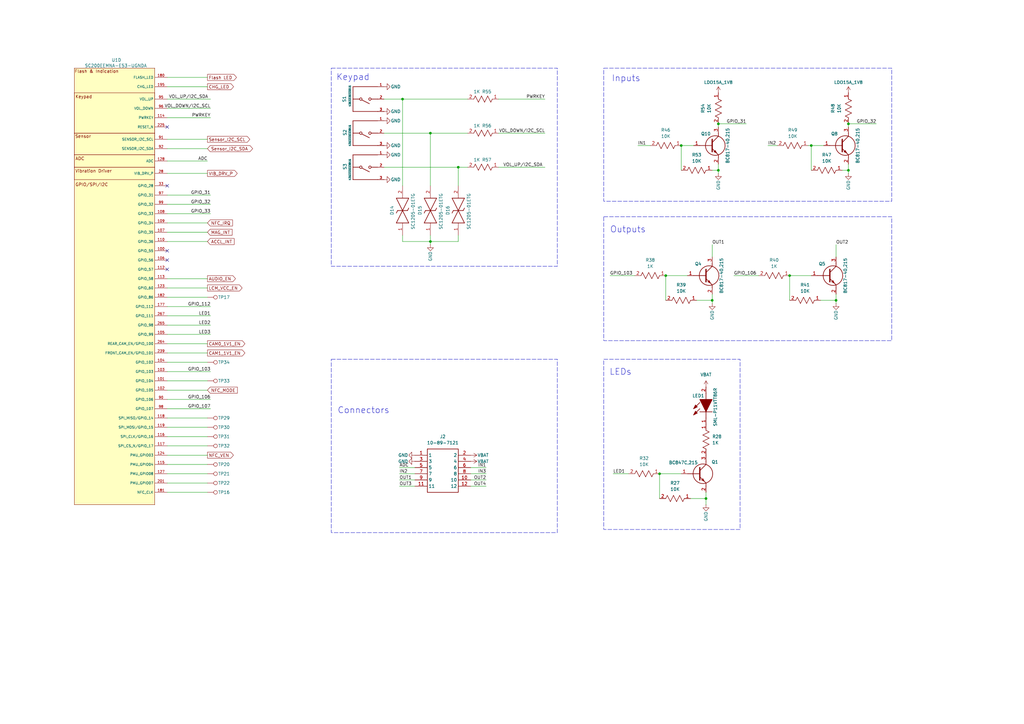
<source format=kicad_sch>
(kicad_sch (version 20250114) (generator "eeschema") (generator_version "9.0")
  (paper "A3")
  (title_block (title "Interfaces") (date "2025-10-07") (rev "v1.0") (company "Author: Mehmet Cihangir") (comment 1 "CamTracker"))
  (rectangle (start 135.89 27.94) (end 228.6 109.22) (stroke (width 0) (type dash)))
  (rectangle (start 247.65 88.9) (end 365.76 139.7) (stroke (width 0) (type dash)))
  (rectangle (start 247.65 147.32) (end 303.53 217.17) (stroke (width 0) (type dash)))
  (rectangle (start 247.65 27.94) (end 365.76 82.55) (stroke (width 0) (type dash)))
  (rectangle (start 135.89 147.32) (end 228.6 218.44) (stroke (width 0) (type dash)))
  (text "Inputs" (at 256.794 32.258 0) (effects (font (size 2.54 2.54))))
  (text "LEDs" (at 254.508 152.654 0) (effects (font (size 2.54 2.54))))
  (text "Outputs" (at 257.556 94.234 0) (effects (font (size 2.54 2.54))))
  (text "Keypad" (at 144.78 31.75 0) (effects (font (size 2.54 2.54))))
  (text "Connectors" (at 149.098 168.402 0) (effects (font (size 2.54 2.54))))
  (junction (at 347.98 50.8))
  (junction (at 323.85 113.03))
  (junction (at 187.96 68.58))
  (junction (at 165.1 40.64))
  (junction (at 294.64 50.8))
  (junction (at 332.74 59.69))
  (junction (at 289.56 204.47))
  (junction (at 176.53 54.61))
  (junction (at 270.51 194.31))
  (junction (at 342.9 123.19))
  (junction (at 279.4 59.69))
  (junction (at 273.05 113.03))
  (junction (at 292.1 123.19))
  (junction (at 347.98 69.85))
  (junction (at 176.53 99.06))
  (junction (at 294.64 69.85))
  (no_connect (at 68.58 106.68))
  (no_connect (at 68.58 76.2))
  (no_connect (at 68.58 102.87))
  (no_connect (at 68.58 52.07))
  (no_connect (at 68.58 110.49))
  (wire (pts (xy 187.96 68.58) (xy 187.96 76.2)))
  (wire (pts (xy 199.39 194.31) (xy 193.04 194.31)))
  (wire (pts (xy 176.53 99.06) (xy 176.53 100.33)))
  (wire (pts (xy 332.74 59.69) (xy 331.47 59.69)))
  (wire (pts (xy 300.99 113.03) (xy 311.15 113.03)))
  (wire (pts (xy 292.1 123.19) (xy 292.1 124.46)))
  (wire (pts (xy 261.62 59.69) (xy 266.7 59.69)))
  (wire (pts (xy 289.56 204.47) (xy 289.56 207.01)))
  (wire (pts (xy 68.58 66.04) (xy 85.09 66.04)))
  (wire (pts (xy 86.36 48.26) (xy 68.58 48.26)))
  (wire (pts (xy 165.1 40.64) (xy 191.77 40.64)))
  (wire (pts (xy 314.96 59.69) (xy 318.77 59.69)))
  (wire (pts (xy 294.64 50.8) (xy 294.64 52.07)))
  (wire (pts (xy 187.96 99.06) (xy 176.53 99.06)))
  (wire (pts (xy 68.58 57.15) (xy 85.09 57.15)))
  (wire (pts (xy 68.58 186.69) (xy 85.09 186.69)))
  (wire (pts (xy 289.56 201.93) (xy 289.56 204.47)))
  (wire (pts (xy 292.1 120.65) (xy 292.1 123.19)))
  (wire (pts (xy 165.1 40.64) (xy 165.1 76.2)))
  (wire (pts (xy 292.1 100.33) (xy 292.1 105.41)))
  (wire (pts (xy 68.58 80.01) (xy 86.36 80.01)))
  (wire (pts (xy 68.58 60.96) (xy 85.09 60.96)))
  (wire (pts (xy 176.53 54.61) (xy 176.53 76.2)))
  (wire (pts (xy 68.58 31.75) (xy 85.09 31.75)))
  (wire (pts (xy 223.52 54.61) (xy 204.47 54.61)))
  (wire (pts (xy 294.64 50.8) (xy 306.07 50.8)))
  (wire (pts (xy 283.21 204.47) (xy 289.56 204.47)))
  (wire (pts (xy 68.58 95.25) (xy 85.09 95.25)))
  (wire (pts (xy 347.98 50.8) (xy 347.98 52.07)))
  (wire (pts (xy 332.74 59.69) (xy 332.74 69.85)))
  (wire (pts (xy 347.98 67.31) (xy 347.98 69.85)))
  (wire (pts (xy 68.58 179.07) (xy 85.09 179.07)))
  (wire (pts (xy 223.52 40.64) (xy 204.47 40.64)))
  (wire (pts (xy 86.36 87.63) (xy 68.58 87.63)))
  (wire (pts (xy 86.36 152.4) (xy 68.58 152.4)))
  (wire (pts (xy 68.58 194.31) (xy 85.09 194.31)))
  (wire (pts (xy 86.36 137.16) (xy 68.58 137.16)))
  (wire (pts (xy 68.58 198.12) (xy 85.09 198.12)))
  (wire (pts (xy 223.52 68.58) (xy 204.47 68.58)))
  (wire (pts (xy 86.36 133.35) (xy 68.58 133.35)))
  (wire (pts (xy 165.1 99.06) (xy 176.53 99.06)))
  (wire (pts (xy 68.58 201.93) (xy 85.09 201.93)))
  (wire (pts (xy 163.83 191.77) (xy 170.18 191.77)))
  (wire (pts (xy 86.36 129.54) (xy 68.58 129.54)))
  (wire (pts (xy 68.58 175.26) (xy 85.09 175.26)))
  (wire (pts (xy 68.58 44.45) (xy 86.36 44.45)))
  (wire (pts (xy 68.58 91.44) (xy 85.09 91.44)))
  (wire (pts (xy 68.58 182.88) (xy 85.09 182.88)))
  (wire (pts (xy 294.64 67.31) (xy 294.64 69.85)))
  (wire (pts (xy 163.83 199.39) (xy 170.18 199.39)))
  (wire (pts (xy 157.48 68.58) (xy 187.96 68.58)))
  (wire (pts (xy 68.58 140.97) (xy 85.09 140.97)))
  (wire (pts (xy 342.9 100.33) (xy 342.9 105.41)))
  (wire (pts (xy 323.85 113.03) (xy 323.85 123.19)))
  (wire (pts (xy 86.36 163.83) (xy 68.58 163.83)))
  (wire (pts (xy 157.48 54.61) (xy 176.53 54.61)))
  (wire (pts (xy 347.98 50.8) (xy 359.41 50.8)))
  (wire (pts (xy 68.58 160.02) (xy 85.09 160.02)))
  (wire (pts (xy 68.58 40.64) (xy 86.36 40.64)))
  (wire (pts (xy 347.98 69.85) (xy 347.98 71.12)))
  (wire (pts (xy 345.44 69.85) (xy 347.98 69.85)))
  (wire (pts (xy 68.58 144.78) (xy 85.09 144.78)))
  (wire (pts (xy 68.58 156.21) (xy 85.09 156.21)))
  (wire (pts (xy 342.9 120.65) (xy 342.9 123.19)))
  (wire (pts (xy 68.58 83.82) (xy 86.36 83.82)))
  (wire (pts (xy 342.9 123.19) (xy 342.9 124.46)))
  (wire (pts (xy 68.58 118.11) (xy 85.09 118.11)))
  (wire (pts (xy 251.46 194.31) (xy 257.81 194.31)))
  (wire (pts (xy 68.58 190.5) (xy 85.09 190.5)))
  (wire (pts (xy 68.58 71.12) (xy 85.09 71.12)))
  (wire (pts (xy 273.05 113.03) (xy 281.94 113.03)))
  (wire (pts (xy 294.64 69.85) (xy 294.64 71.12)))
  (wire (pts (xy 68.58 171.45) (xy 85.09 171.45)))
  (wire (pts (xy 68.58 35.56) (xy 85.09 35.56)))
  (wire (pts (xy 86.36 125.73) (xy 68.58 125.73)))
  (wire (pts (xy 323.85 113.03) (xy 332.74 113.03)))
  (wire (pts (xy 270.51 194.31) (xy 279.4 194.31)))
  (wire (pts (xy 176.53 54.61) (xy 191.77 54.61)))
  (wire (pts (xy 279.4 59.69) (xy 279.4 69.85)))
  (wire (pts (xy 279.4 59.69) (xy 284.48 59.69)))
  (wire (pts (xy 176.53 96.52) (xy 176.53 99.06)))
  (wire (pts (xy 85.09 114.3) (xy 68.58 114.3)))
  (wire (pts (xy 163.83 194.31) (xy 170.18 194.31)))
  (wire (pts (xy 199.39 196.85) (xy 193.04 196.85)))
  (wire (pts (xy 292.1 69.85) (xy 294.64 69.85)))
  (wire (pts (xy 86.36 167.64) (xy 68.58 167.64)))
  (wire (pts (xy 199.39 191.77) (xy 193.04 191.77)))
  (wire (pts (xy 163.83 196.85) (xy 170.18 196.85)))
  (wire (pts (xy 68.58 121.92) (xy 85.09 121.92)))
  (wire (pts (xy 187.96 96.52) (xy 187.96 99.06)))
  (wire (pts (xy 68.58 148.59) (xy 85.09 148.59)))
  (wire (pts (xy 187.96 68.58) (xy 191.77 68.58)))
  (wire (pts (xy 336.55 123.19) (xy 342.9 123.19)))
  (wire (pts (xy 250.19 113.03) (xy 260.35 113.03)))
  (wire (pts (xy 285.75 123.19) (xy 292.1 123.19)))
  (wire (pts (xy 273.05 113.03) (xy 273.05 123.19)))
  (wire (pts (xy 270.51 194.31) (xy 270.51 204.47)))
  (wire (pts (xy 199.39 199.39) (xy 193.04 199.39)))
  (wire (pts (xy 68.58 99.06) (xy 85.09 99.06)))
  (wire (pts (xy 332.74 59.69) (xy 337.82 59.69)))
  (wire (pts (xy 165.1 96.52) (xy 165.1 99.06)))
  (wire (pts (xy 157.48 40.64) (xy 165.1 40.64)))
  (label "OUT4" (at 199.39 199.39 180))
  (label "LED2" (at 86.36 133.35 180))
  (label "GPIO_106" (at 300.99 113.03 0))
  (label "OUT2" (at 342.9 100.33 0))
  (label "GPIO_32" (at 359.41 50.8 180))
  (label "GPIO_106" (at 86.36 163.83 180))
  (label "VOL_DOWN{slash}I2C_SCL" (at 223.52 54.61 180))
  (label "ADC" (at 163.83 191.77 0))
  (label "LED1" (at 86.36 129.54 180))
  (label "IN1" (at 261.62 59.69 0))
  (label "GPIO_31" (at 86.36 80.01 180))
  (label "IN3" (at 199.39 194.31 180))
  (label "GPIO_31" (at 306.07 50.8 180))
  (label "IN2" (at 163.83 194.31 0))
  (label "VOL_UP{slash}I2C_SDA " (at 86.36 40.64 180))
  (label "OUT3" (at 163.83 199.39 0))
  (label "PWRKEY" (at 86.36 48.26 180))
  (label "OUT1" (at 292.1 100.33 0))
  (label "GPIO_32" (at 86.36 83.82 180))
  (label "VOL_DOWN{slash}I2C_SCL" (at 86.36 44.45 180))
  (label "GPIO_103" (at 86.36 152.4 180))
  (label "ADC" (at 85.09 66.04 180))
  (label "IN2" (at 314.96 59.69 0))
  (label "GPIO_33" (at 86.36 87.63 180))
  (label "GPIO_107" (at 86.36 167.64 180))
  (label "GPIO_103" (at 250.19 113.03 0))
  (label "PWRKEY" (at 223.52 40.64 180))
  (label "VOL_UP{slash}I2C_SDA " (at 223.52 68.58 180))
  (label "GPIO_112" (at 86.36 125.73 180))
  (label "LED1" (at 251.46 194.31 0))
  (label "OUT2" (at 199.39 196.85 180))
  (label "OUT1" (at 163.83 196.85 0))
  (label "IN1" (at 199.39 191.77 180))
  (label "LED3" (at 86.36 137.16 180))
  (global_label "Flash LED" (shape output) (at 85.09 31.75 0) (property "Intersheetrefs" "${INTERSHEET_REFS}" (effects (hide yes))))
  (global_label "NFC_MODE" (shape input) (at 85.09 160.02 0) (property "Intersheetrefs" "${INTERSHEET_REFS}" (effects (hide yes))))
  (global_label "CHG_LED" (shape output) (at 85.09 35.56 0) (property "Intersheetrefs" "${INTERSHEET_REFS}" (effects (hide yes))))
  (global_label "NFC_VEN" (shape output) (at 85.09 186.69 0) (property "Intersheetrefs" "${INTERSHEET_REFS}" (effects (hide yes))))
  (global_label "Sensor_I2C_SDA" (shape bidirectional) (at 85.09 60.96 0) (property "Intersheetrefs" "${INTERSHEET_REFS}" (effects (hide yes))))
  (global_label "ACCL_INT" (shape input) (at 85.09 99.06 0) (property "Intersheetrefs" "${INTERSHEET_REFS}" (effects (hide yes))))
  (global_label "MAG_INT" (shape input) (at 85.09 95.25 0) (property "Intersheetrefs" "${INTERSHEET_REFS}" (effects (hide yes))))
  (global_label "NFC_IRQ" (shape input) (at 85.09 91.44 0) (property "Intersheetrefs" "${INTERSHEET_REFS}" (effects (hide yes))))
  (global_label "LCM_VCC_EN" (shape output) (at 85.09 118.11 0) (property "Intersheetrefs" "${INTERSHEET_REFS}" (effects (hide yes))))
  (global_label "VIB_DRV_P" (shape output) (at 85.09 71.12 0) (property "Intersheetrefs" "${INTERSHEET_REFS}" (effects (hide yes))))
  (global_label "Sensor_I2C_SCL" (shape output) (at 85.09 57.15 0) (property "Intersheetrefs" "${INTERSHEET_REFS}" (effects (hide yes))))
  (global_label "AUDIO_EN" (shape output) (at 85.09 114.3 0) (property "Intersheetrefs" "${INTERSHEET_REFS}" (effects (hide yes))))
  (global_label "CAM0_1V1_EN" (shape output) (at 85.09 140.97 0) (property "Intersheetrefs" "${INTERSHEET_REFS}" (effects (hide yes))))
  (global_label "CAM1_1V1_EN" (shape output) (at 85.09 144.78 0) (property "Intersheetrefs" "${INTERSHEET_REFS}" (effects (hide yes))))
  (symbol (lib_id "power:GND") (at 170.18 186.69 270) (unit 1)
    (property "Reference" "#PWR090" (effects (hide yes)))
    (property "Value" "GND" (at 165.354 186.69 90))
    (property "Description" "Power symbol creates a global label with name \"GND\" , ground" (effects (hide yes)))
  )
  (symbol (lib_id "CamTracker:TestPoint") (at 85.09 156.21 270) (unit 1)
    (property "Reference" "TP33" (at 89.408 156.21 90) (effects (justify left)))
    (property "Value" "Sens_M" (effects (hide yes)))
    (property "Footprint" "TestPoint:TestPoint_Pad_D1.0mm" (effects (hide yes)))
    (property "Description" "test point" (effects (hide yes)))
  )
  (symbol (lib_id "CamTracker:RC0402JR-0710KL") (at 339.09 69.85 0) (unit 1)
    (property "Reference" "R47" (at 339.09 63.5 0))
    (property "Value" "10K" (at 339.09 66.04 0))
    (property "Footprint" "CamTracker:RC0402N_YAG" (effects (hide yes)))
    (property "Description" "Resistor 10K 1/16W CH0402" (effects (hide yes)))
    (property "Manufacturer" "YAGEO" (effects (hide yes)))
    (property "Part Number" "RC0402JR-0710KL" (effects (hide yes)))
  )
  (symbol (lib_id "CamTracker:RC0402JR-071KL") (at 317.5 113.03 0) (unit 1)
    (property "Reference" "R40" (at 317.5 106.68 0))
    (property "Value" "1K" (at 317.5 109.22 0))
    (property "Footprint" "CamTracker:RC0402N_YAG" (effects (hide yes)))
    (property "Description" "Resistor 1K 1/16W CH0402" (effects (hide yes)))
    (property "Manufacturer" "YAGEO" (effects (hide yes)))
    (property "Part Number" "RC0402JR-071KL" (effects (hide yes)))
  )
  (symbol (lib_id "CamTracker:SC1205-01ETG") (at 176.53 86.36 90) (unit 1)
    (property "Reference" "D15" (at 172.212 84.328 0) (effects (justify right)))
    (property "Value" "SC1205-01ETG" (at 180.848 79.248 0) (effects (justify right)))
    (property "Footprint" "CamTracker:SC120501ETG" (effects (hide yes)))
    (property "Datasheet" "https://www.littelfuse.com/media?resourcetype=datasheets&itemid=fff6fc88-c477-4ea4-984b-6b98f832da15&filename=littelfuse-tvs-diode-array-sc1205-01etg-datasheet-1" (effects (hide yes)))
    (property "Description" "TVS Diode, General Purpose Surge Protection" (effects (hide yes)))
    (property "Manufacturer" "Littelfuse" (effects (hide yes)))
    (property "Part Number" "SC1205-01ETG" (effects (hide yes)))
  )
  (symbol (lib_id "CamTracker:BC817-40,215") (at 292.1 59.69 0) (unit 1)
    (property "Reference" "Q10" (at 287.528 54.864 0) (effects (justify left)))
    (property "Value" "BC817-40,215" (at 298.45 67.056 90) (effects (justify left)))
    (property "Footprint" "CamTracker:BC81740215" (effects (hide yes)))
    (property "Datasheet" "https://assets.nexperia.com/documents/data-sheet/BC817_SER.pdf" (effects (hide yes)))
    (property "Description" "Transistor BJT 500 mA NPN" (effects (hide yes)))
    (property "Manufacturer" "Nexperia" (effects (hide yes)))
    (property "Part Number" "BC817-40,215" (effects (hide yes)))
  )
  (symbol (lib_id "power:VDD") (at 289.56 158.75 0) (unit 1)
    (property "Reference" "#PWR048" (effects (hide yes)))
    (property "Value" "VBAT" (at 289.56 153.67 0))
    (property "Description" "Power symbol creates a global label with name \"VDD\"" (effects (hide yes)))
  )
  (symbol (lib_id "power:VDD") (at 347.98 38.1 0) (unit 1)
    (property "Reference" "#PWR093" (effects (hide yes)))
    (property "Value" "LDO15A_1V8" (at 347.98 33.782 0))
    (property "Description" "Power symbol creates a global label with name \"VDD\"" (effects (hide yes)))
  )
  (symbol (lib_id "CamTracker:SC200E") (at 53.34 118.11 0) (unit 4)
    (property "Reference" "U1" (at 47.752 24.638 0))
    (property "Value" "SC200EEMNA-E53-UGNDA" (at 47.498 26.924 0))
    (property "Footprint" "CamTracker:SC200E_SC206E" (effects (hide yes)))
    (property "Description" "SC200E Smart Module" (effects (hide yes)))
    (property "Manufacturer" "Quectel" (effects (hide yes)))
    (property "Part Number" "SC200EEMNA-E53-UGNDA" (effects (hide yes)))
  )
  (symbol (lib_id "power:GND") (at 157.48 49.53 90) (unit 1)
    (property "Reference" "#PWR072" (effects (hide yes)))
    (property "Value" "GND" (at 162.306 49.53 90))
    (property "Description" "Power symbol creates a global label with name \"GND\" , ground" (effects (hide yes)))
  )
  (symbol (lib_id "power:VDD") (at 294.64 38.1 0) (unit 1)
    (property "Reference" "#PWR091" (effects (hide yes)))
    (property "Value" "LDO15A_1V8" (at 294.64 33.782 0))
    (property "Description" "Power symbol creates a global label with name \"VDD\"" (effects (hide yes)))
  )
  (symbol (lib_id "CamTracker:RC0402JR-0710KL") (at 330.2 123.19 0) (unit 1)
    (property "Reference" "R41" (at 330.2 116.84 0))
    (property "Value" "10K" (at 330.2 119.38 0))
    (property "Footprint" "CamTracker:RC0402N_YAG" (effects (hide yes)))
    (property "Description" "Resistor 10K 1/16W CH0402" (effects (hide yes)))
    (property "Manufacturer" "YAGEO" (effects (hide yes)))
    (property "Part Number" "RC0402JR-0710KL" (effects (hide yes)))
  )
  (symbol (lib_id "CamTracker:TestPoint") (at 85.09 201.93 270) (unit 1)
    (property "Reference" "TP16" (at 89.408 201.93 90) (effects (justify left)))
    (property "Value" "Sens_M" (effects (hide yes)))
    (property "Footprint" "TestPoint:TestPoint_Pad_D1.0mm" (effects (hide yes)))
    (property "Description" "test point" (effects (hide yes)))
  )
  (symbol (lib_id "CamTracker:TestPoint") (at 85.09 121.92 270) (unit 1)
    (property "Reference" "TP17" (at 89.408 121.92 90) (effects (justify left)))
    (property "Value" "Sens_M" (effects (hide yes)))
    (property "Footprint" "TestPoint:TestPoint_Pad_D1.0mm" (effects (hide yes)))
    (property "Description" "test point" (effects (hide yes)))
  )
  (symbol (lib_id "power:GND") (at 157.48 35.56 90) (unit 1)
    (property "Reference" "#PWR074" (effects (hide yes)))
    (property "Value" "GND" (at 162.306 35.56 90))
    (property "Description" "Power symbol creates a global label with name \"GND\" , ground" (effects (hide yes)))
  )
  (symbol (lib_id "CamTracker:BC817-40,215") (at 345.44 59.69 0) (unit 1)
    (property "Reference" "Q8" (at 340.868 54.864 0) (effects (justify left)))
    (property "Value" "BC817-40,215" (at 351.79 67.056 90) (effects (justify left)))
    (property "Footprint" "CamTracker:BC81740215" (effects (hide yes)))
    (property "Datasheet" "https://assets.nexperia.com/documents/data-sheet/BC817_SER.pdf" (effects (hide yes)))
    (property "Description" "Transistor BJT 500 mA NPN" (effects (hide yes)))
    (property "Manufacturer" "Nexperia" (effects (hide yes)))
    (property "Part Number" "BC817-40,215" (effects (hide yes)))
  )
  (symbol (lib_id "CamTracker:SC1205-01ETG") (at 165.1 86.36 90) (unit 1)
    (property "Reference" "D14" (at 160.782 84.328 0) (effects (justify right)))
    (property "Value" "SC1205-01ETG" (at 169.418 79.248 0) (effects (justify right)))
    (property "Footprint" "CamTracker:SC120501ETG" (effects (hide yes)))
    (property "Datasheet" "https://www.littelfuse.com/media?resourcetype=datasheets&itemid=fff6fc88-c477-4ea4-984b-6b98f832da15&filename=littelfuse-tvs-diode-array-sc1205-01etg-datasheet-1" (effects (hide yes)))
    (property "Description" "TVS Diode, General Purpose Surge Protection" (effects (hide yes)))
    (property "Manufacturer" "Littelfuse" (effects (hide yes)))
    (property "Part Number" "SC1205-01ETG" (effects (hide yes)))
  )
  (symbol (lib_id "power:VDD") (at 193.04 189.23 270) (unit 1)
    (property "Reference" "#PWR047" (effects (hide yes)))
    (property "Value" "VBAT" (at 195.834 189.23 90) (effects (justify left)))
    (property "Description" "Power symbol creates a global label with name \"VDD\"" (effects (hide yes)))
  )
  (symbol (lib_id "CamTracker:TestPoint") (at 85.09 175.26 270) (unit 1)
    (property "Reference" "TP30" (at 89.408 175.26 90) (effects (justify left)))
    (property "Value" "Sens_M" (effects (hide yes)))
    (property "Footprint" "TestPoint:TestPoint_Pad_D1.0mm" (effects (hide yes)))
    (property "Description" "test point" (effects (hide yes)))
  )
  (symbol (lib_id "CamTracker:BC817-40,215") (at 340.36 113.03 0) (unit 1)
    (property "Reference" "Q5" (at 335.788 108.204 0) (effects (justify left)))
    (property "Value" "BC817-40,215" (at 346.71 120.396 90) (effects (justify left)))
    (property "Footprint" "CamTracker:BC81740215" (effects (hide yes)))
    (property "Datasheet" "https://assets.nexperia.com/documents/data-sheet/BC817_SER.pdf" (effects (hide yes)))
    (property "Description" "Transistor BJT 500 mA NPN" (effects (hide yes)))
    (property "Manufacturer" "Nexperia" (effects (hide yes)))
    (property "Part Number" "BC817-40,215" (effects (hide yes)))
  )
  (symbol (lib_id "CamTracker:TestPoint") (at 85.09 182.88 270) (unit 1)
    (property "Reference" "TP32" (at 89.408 182.88 90) (effects (justify left)))
    (property "Value" "Sens_M" (effects (hide yes)))
    (property "Footprint" "TestPoint:TestPoint_Pad_D1.0mm" (effects (hide yes)))
    (property "Description" "test point" (effects (hide yes)))
  )
  (symbol (lib_id "CamTracker:BC847C,215") (at 279.4 194.31 0) (unit 1)
    (property "Reference" "Q1" (at 291.846 189.484 0) (effects (justify left)))
    (property "Value" "BC847C,215" (at 274.32 189.738 0) (effects (justify left)))
    (property "Footprint" "SOT95P230X110-3N" (effects (hide yes)))
    (property "Datasheet" "https://assets.nexperia.com/documents/data-sheet/BC847X_SER.pdf" (effects (hide yes)))
    (property "Description" "Transistor BJT NPN 45 V 100 mA 100MHz 250 mW Surface Mount TO-236AB" (effects (hide yes)))
    (property "Manufacturer" "Nexperia" (effects (hide yes)))
    (property "Part Number" "BC847C,215" (effects (hide yes)))
  )
  (symbol (lib_id "CamTracker:436333033816") (at 149.86 54.61 270) (unit 1)
    (property "Reference" "S2" (at 141.478 54.356 0))
    (property "Value" "436333033816" (at 143.51 55.626 0) (effects (font (size 0.762 0.762))))
    (property "Footprint" "CamTracker:436333033816" (effects (hide yes)))
    (property "Description" "Switch Tactile SPST-NO Side Actuated Surface Mount, Right Angle" (effects (hide yes)))
    (property "Manufacturer" "Wurth Elektronik" (effects (hide yes)))
    (property "Part Number" "436333033816" (effects (hide yes)))
  )
  (symbol (lib_id "CamTracker:RC0402JR-071KL") (at 198.12 40.64 0) (unit 1)
    (property "Reference" "R55" (at 199.644 37.592 0))
    (property "Value" "1K" (at 195.58 37.592 0))
    (property "Footprint" "CamTracker:RC0402N_YAG" (effects (hide yes)))
    (property "Description" "Resistor 1K 1/16W CH0402" (effects (hide yes)))
    (property "Manufacturer" "YAGEO" (effects (hide yes)))
    (property "Part Number" "RC0402JR-071KL" (effects (hide yes)))
  )
  (symbol (lib_id "CamTracker:TestPoint") (at 85.09 171.45 270) (unit 1)
    (property "Reference" "TP29" (at 89.408 171.45 90) (effects (justify left)))
    (property "Value" "Sens_M" (effects (hide yes)))
    (property "Footprint" "TestPoint:TestPoint_Pad_D1.0mm" (effects (hide yes)))
    (property "Description" "test point" (effects (hide yes)))
  )
  (symbol (lib_id "CamTracker:SC1205-01ETG") (at 187.96 86.36 90) (unit 1)
    (property "Reference" "D16" (at 183.642 84.328 0) (effects (justify right)))
    (property "Value" "SC1205-01ETG" (at 192.278 79.248 0) (effects (justify right)))
    (property "Footprint" "CamTracker:SC120501ETG" (effects (hide yes)))
    (property "Datasheet" "https://www.littelfuse.com/media?resourcetype=datasheets&itemid=fff6fc88-c477-4ea4-984b-6b98f832da15&filename=littelfuse-tvs-diode-array-sc1205-01etg-datasheet-1" (effects (hide yes)))
    (property "Description" "TVS Diode, General Purpose Surge Protection" (effects (hide yes)))
    (property "Manufacturer" "Littelfuse" (effects (hide yes)))
    (property "Part Number" "SC1205-01ETG" (effects (hide yes)))
  )
  (symbol (lib_id "power:GND") (at 157.48 45.72 90) (unit 1)
    (property "Reference" "#PWR073" (effects (hide yes)))
    (property "Value" "GND" (at 162.306 45.72 90))
    (property "Description" "Power symbol creates a global label with name \"GND\" , ground" (effects (hide yes)))
  )
  (symbol (lib_id "CamTracker:RC0402JR-0710KL") (at 279.4 123.19 0) (unit 1)
    (property "Reference" "R39" (at 279.4 116.84 0))
    (property "Value" "10K" (at 279.4 119.38 0))
    (property "Footprint" "CamTracker:RC0402N_YAG" (effects (hide yes)))
    (property "Description" "Resistor 10K 1/16W CH0402" (effects (hide yes)))
    (property "Manufacturer" "YAGEO" (effects (hide yes)))
    (property "Part Number" "RC0402JR-0710KL" (effects (hide yes)))
  )
  (symbol (lib_id "CamTracker:RC0402JR-0710KL") (at 294.64 44.45 90) (unit 1)
    (property "Reference" "R54" (at 288.29 44.45 0))
    (property "Value" "10K" (at 290.83 44.45 0))
    (property "Footprint" "CamTracker:RC0402N_YAG" (effects (hide yes)))
    (property "Description" "Resistor 10K 1/16W CH0402" (effects (hide yes)))
    (property "Manufacturer" "YAGEO" (effects (hide yes)))
    (property "Part Number" "RC0402JR-0710KL" (effects (hide yes)))
  )
  (symbol (lib_id "power:VDD") (at 193.04 186.69 270) (unit 1)
    (property "Reference" "#PWR037" (effects (hide yes)))
    (property "Value" "VBAT" (at 195.834 186.69 90) (effects (justify left)))
    (property "Description" "Power symbol creates a global label with name \"VDD\"" (effects (hide yes)))
  )
  (symbol (lib_id "CamTracker:RC0402JR-071KL") (at 289.56 180.34 90) (unit 1)
    (property "Reference" "R28" (at 292.1 179.0699 90) (effects (justify right)))
    (property "Value" "1K" (at 292.1 181.6099 90) (effects (justify right)))
    (property "Footprint" "CamTracker:RC0402N_YAG" (effects (hide yes)))
    (property "Description" "Resistor 1K 1/16W CH0402" (effects (hide yes)))
    (property "Manufacturer" "YAGEO" (effects (hide yes)))
    (property "Part Number" "RC0402JR-071KL" (effects (hide yes)))
  )
  (symbol (lib_id "CamTracker:RC0402JR-071KL") (at 266.7 113.03 0) (unit 1)
    (property "Reference" "R38" (at 266.7 106.68 0))
    (property "Value" "1K" (at 266.7 109.22 0))
    (property "Footprint" "CamTracker:RC0402N_YAG" (effects (hide yes)))
    (property "Description" "Resistor 1K 1/16W CH0402" (effects (hide yes)))
    (property "Manufacturer" "YAGEO" (effects (hide yes)))
    (property "Part Number" "RC0402JR-071KL" (effects (hide yes)))
  )
  (symbol (lib_id "CamTracker:RC0402JR-0710KL") (at 347.98 44.45 90) (unit 1)
    (property "Reference" "R48" (at 341.63 44.45 0))
    (property "Value" "10K" (at 344.17 44.45 0))
    (property "Footprint" "CamTracker:RC0402N_YAG" (effects (hide yes)))
    (property "Description" "Resistor 10K 1/16W CH0402" (effects (hide yes)))
    (property "Manufacturer" "YAGEO" (effects (hide yes)))
    (property "Part Number" "RC0402JR-0710KL" (effects (hide yes)))
  )
  (symbol (lib_id "CamTracker:TestPoint") (at 85.09 190.5 270) (unit 1)
    (property "Reference" "TP20" (at 89.408 190.5 90) (effects (justify left)))
    (property "Value" "Sens_M" (effects (hide yes)))
    (property "Footprint" "TestPoint:TestPoint_Pad_D1.0mm" (effects (hide yes)))
    (property "Description" "test point" (effects (hide yes)))
  )
  (symbol (lib_id "CamTracker:TestPoint") (at 85.09 194.31 270) (unit 1)
    (property "Reference" "TP21" (at 89.408 194.31 90) (effects (justify left)))
    (property "Value" "Sens_M" (effects (hide yes)))
    (property "Footprint" "TestPoint:TestPoint_Pad_D1.0mm" (effects (hide yes)))
    (property "Description" "test point" (effects (hide yes)))
  )
  (symbol (lib_id "CamTracker:RC0402JR-0710KL") (at 276.86 204.47 0) (unit 1)
    (property "Reference" "R27" (at 276.86 198.12 0))
    (property "Value" "10K" (at 276.86 200.66 0))
    (property "Footprint" "CamTracker:RC0402N_YAG" (effects (hide yes)))
    (property "Description" "Resistor 10K 1/16W CH0402" (effects (hide yes)))
    (property "Manufacturer" "YAGEO" (effects (hide yes)))
    (property "Part Number" "RC0402JR-0710KL" (effects (hide yes)))
  )
  (symbol (lib_id "CamTracker:436333033816") (at 149.86 40.64 270) (unit 1)
    (property "Reference" "S1" (at 141.224 40.64 0))
    (property "Value" "436333033816" (at 143.51 39.37 0) (effects (font (size 0.762 0.762))))
    (property "Footprint" "CamTracker:436333033816" (effects (hide yes)))
    (property "Description" "Switch Tactile SPST-NO Side Actuated Surface Mount, Right Angle" (effects (hide yes)))
    (property "Manufacturer" "Wurth Elektronik" (effects (hide yes)))
    (property "Part Number" "436333033816" (effects (hide yes)))
  )
  (symbol (lib_id "power:GND") (at 289.56 207.01 0) (unit 1)
    (property "Reference" "#PWR045" (effects (hide yes)))
    (property "Value" "GND" (at 289.56 211.836 90))
    (property "Description" "Power symbol creates a global label with name \"GND\" , ground" (effects (hide yes)))
  )
  (symbol (lib_name "SML-P11VTT86R_1") (lib_id "CamTracker:SML-P11VTT86R") (at 289.56 166.37 90) (unit 1)
    (property "Reference" "LED1" (at 283.972 162.306 90) (effects (justify right)))
    (property "Value" "SML-P11VTT86R" (at 293.37 159.004 0) (effects (justify right)))
    (property "Footprint" "CamTracker:SMLP11VTT86R" (effects (hide yes)))
    (property "Datasheet" "https://fscdn.rohm.com/en/products/databook/datasheet/opto/led/chip_mono/sml-p11vtt86(r)-e.pdf" (effects (hide yes)))
    (property "Description" "LED RED SMD Vf=1.8V If=1mA 0402" (effects (hide yes)))
    (property "Part Number" "SML-P11VTT86R" (effects (hide yes)))
    (property "Manufacturer" "ROHM Semiconductor" (effects (hide yes)))
  )
  (symbol (lib_id "CamTracker:TestPoint") (at 85.09 148.59 270) (unit 1)
    (property "Reference" "TP34" (at 89.408 148.59 90) (effects (justify left)))
    (property "Value" "Sens_M" (effects (hide yes)))
    (property "Footprint" "TestPoint:TestPoint_Pad_D1.0mm" (effects (hide yes)))
    (property "Description" "test point" (effects (hide yes)))
  )
  (symbol (lib_id "CamTracker:TestPoint") (at 85.09 179.07 270) (unit 1)
    (property "Reference" "TP31" (at 89.408 179.07 90) (effects (justify left)))
    (property "Value" "Sens_M" (effects (hide yes)))
    (property "Footprint" "TestPoint:TestPoint_Pad_D1.0mm" (effects (hide yes)))
    (property "Description" "test point" (effects (hide yes)))
  )
  (symbol (lib_id "power:GND") (at 157.48 59.69 90) (unit 1)
    (property "Reference" "#PWR071" (effects (hide yes)))
    (property "Value" "GND" (at 162.306 59.69 90))
    (property "Description" "Power symbol creates a global label with name \"GND\" , ground" (effects (hide yes)))
  )
  (symbol (lib_id "power:GND") (at 157.48 73.66 90) (unit 1)
    (property "Reference" "#PWR069" (effects (hide yes)))
    (property "Value" "GND" (at 162.306 73.66 90))
    (property "Description" "Power symbol creates a global label with name \"GND\" , ground" (effects (hide yes)))
  )
  (symbol (lib_id "power:GND") (at 170.18 189.23 270) (unit 1)
    (property "Reference" "#PWR089" (effects (hide yes)))
    (property "Value" "GND" (at 165.354 189.23 90))
    (property "Description" "Power symbol creates a global label with name \"GND\" , ground" (effects (hide yes)))
  )
  (symbol (lib_id "power:GND") (at 294.64 71.12 0) (unit 1)
    (property "Reference" "#PWR067" (effects (hide yes)))
    (property "Value" "GND" (at 294.64 75.946 90))
    (property "Description" "Power symbol creates a global label with name \"GND\" , ground" (effects (hide yes)))
  )
  (symbol (lib_id "power:GND") (at 342.9 124.46 0) (unit 1)
    (property "Reference" "#PWR059" (effects (hide yes)))
    (property "Value" "GND" (at 342.9 129.286 90))
    (property "Description" "Power symbol creates a global label with name \"GND\" , ground" (effects (hide yes)))
  )
  (symbol (lib_id "CamTracker:10-89-7121") (at 181.61 199.39 0) (unit 1)
    (property "Reference" "J2" (at 181.61 179.07 0))
    (property "Value" "10-89-7121" (at 181.61 181.61 0))
    (property "Footprint" "CamTracker:HDRV12W87P254X254_2X6" (effects (hide yes)))
    (property "Datasheet" "http://www.molex.com/pdm_docs/sd/010897221_sd.pdf" (effects (hide yes)))
    (property "Description" "Connector 12P 2.54mm Pitch 2 Row Straight PCB Header" (effects (hide yes)))
    (property "Manufacturer" "Molex" (effects (hide yes)))
    (property "Part Number" "10-89-7121" (effects (hide yes)))
  )
  (symbol (lib_id "power:GND") (at 176.53 100.33 0) (unit 1)
    (property "Reference" "#PWR068" (effects (hide yes)))
    (property "Value" "GND" (at 176.53 105.156 90))
    (property "Description" "Power symbol creates a global label with name \"GND\" , ground" (effects (hide yes)))
  )
  (symbol (lib_id "CamTracker:RC0402JR-0710KL") (at 264.16 194.31 0) (unit 1)
    (property "Reference" "R32" (at 264.16 187.96 0))
    (property "Value" "10K" (at 264.16 190.5 0))
    (property "Footprint" "CamTracker:RC0402N_YAG" (effects (hide yes)))
    (property "Description" "Resistor 10K 1/16W CH0402" (effects (hide yes)))
    (property "Manufacturer" "YAGEO" (effects (hide yes)))
    (property "Part Number" "RC0402JR-0710KL" (effects (hide yes)))
  )
  (symbol (lib_id "CamTracker:RC0402JR-071KL") (at 198.12 68.58 0) (unit 1)
    (property "Reference" "R57" (at 199.644 65.532 0))
    (property "Value" "1K" (at 195.58 65.532 0))
    (property "Footprint" "CamTracker:RC0402N_YAG" (effects (hide yes)))
    (property "Description" "Resistor 1K 1/16W CH0402" (effects (hide yes)))
    (property "Manufacturer" "YAGEO" (effects (hide yes)))
    (property "Part Number" "RC0402JR-071KL" (effects (hide yes)))
  )
  (symbol (lib_id "CamTracker:BC817-40,215") (at 289.56 113.03 0) (unit 1)
    (property "Reference" "Q4" (at 284.988 108.204 0) (effects (justify left)))
    (property "Value" "BC817-40,215" (at 295.91 120.396 90) (effects (justify left)))
    (property "Footprint" "CamTracker:BC81740215" (effects (hide yes)))
    (property "Datasheet" "https://assets.nexperia.com/documents/data-sheet/BC817_SER.pdf" (effects (hide yes)))
    (property "Description" "Transistor BJT 500 mA NPN" (effects (hide yes)))
    (property "Manufacturer" "Nexperia" (effects (hide yes)))
    (property "Part Number" "BC817-40,215" (effects (hide yes)))
  )
  (symbol (lib_id "CamTracker:RC0402JR-0710KL") (at 273.05 59.69 0) (unit 1)
    (property "Reference" "R46" (at 273.05 53.34 0))
    (property "Value" "10K" (at 273.05 55.88 0))
    (property "Footprint" "CamTracker:RC0402N_YAG" (effects (hide yes)))
    (property "Description" "Resistor 10K 1/16W CH0402" (effects (hide yes)))
    (property "Manufacturer" "YAGEO" (effects (hide yes)))
    (property "Part Number" "RC0402JR-0710KL" (effects (hide yes)))
  )
  (symbol (lib_id "CamTracker:436333033816") (at 149.86 68.58 270) (unit 1)
    (property "Reference" "S3" (at 141.478 68.326 0))
    (property "Value" "436333033816" (at 143.51 69.596 0) (effects (font (size 0.762 0.762))))
    (property "Footprint" "CamTracker:436333033816" (effects (hide yes)))
    (property "Description" "Switch Tactile SPST-NO Side Actuated Surface Mount, Right Angle" (effects (hide yes)))
    (property "Manufacturer" "Wurth Elektronik" (effects (hide yes)))
    (property "Part Number" "436333033816" (effects (hide yes)))
  )
  (symbol (lib_id "CamTracker:RC0402JR-071KL") (at 198.12 54.61 0) (unit 1)
    (property "Reference" "R56" (at 199.644 51.562 0))
    (property "Value" "1K" (at 195.58 51.562 0))
    (property "Footprint" "CamTracker:RC0402N_YAG" (effects (hide yes)))
    (property "Description" "Resistor 1K 1/16W CH0402" (effects (hide yes)))
    (property "Manufacturer" "YAGEO" (effects (hide yes)))
    (property "Part Number" "RC0402JR-071KL" (effects (hide yes)))
  )
  (symbol (lib_id "CamTracker:RC0402JR-0710KL") (at 325.12 59.69 0) (unit 1)
    (property "Reference" "R49" (at 325.12 53.34 0))
    (property "Value" "10K" (at 325.12 55.88 0))
    (property "Footprint" "CamTracker:RC0402N_YAG" (effects (hide yes)))
    (property "Description" "Resistor 10K 1/16W CH0402" (effects (hide yes)))
    (property "Manufacturer" "YAGEO" (effects (hide yes)))
    (property "Part Number" "RC0402JR-0710KL" (effects (hide yes)))
  )
  (symbol (lib_id "CamTracker:TestPoint") (at 85.09 198.12 270) (unit 1)
    (property "Reference" "TP22" (at 89.408 198.12 90) (effects (justify left)))
    (property "Value" "Sens_M" (effects (hide yes)))
    (property "Footprint" "TestPoint:TestPoint_Pad_D1.0mm" (effects (hide yes)))
    (property "Description" "test point" (effects (hide yes)))
  )
  (symbol (lib_id "power:GND") (at 292.1 124.46 0) (unit 1)
    (property "Reference" "#PWR058" (effects (hide yes)))
    (property "Value" "GND" (at 292.1 129.286 90))
    (property "Description" "Power symbol creates a global label with name \"GND\" , ground" (effects (hide yes)))
  )
  (symbol (lib_id "CamTracker:RC0402JR-0710KL") (at 285.75 69.85 0) (unit 1)
    (property "Reference" "R53" (at 285.75 63.5 0))
    (property "Value" "10K" (at 285.75 66.04 0))
    (property "Footprint" "CamTracker:RC0402N_YAG" (effects (hide yes)))
    (property "Description" "Resistor 10K 1/16W CH0402" (effects (hide yes)))
    (property "Manufacturer" "YAGEO" (effects (hide yes)))
    (property "Part Number" "RC0402JR-0710KL" (effects (hide yes)))
  )
  (symbol (lib_id "power:GND") (at 347.98 71.12 0) (unit 1)
    (property "Reference" "#PWR062" (effects (hide yes)))
    (property "Value" "GND" (at 347.98 75.946 90))
    (property "Description" "Power symbol creates a global label with name \"GND\" , ground" (effects (hide yes)))
  )
  (symbol (lib_id "power:GND") (at 157.48 63.5 90) (unit 1)
    (property "Reference" "#PWR070" (effects (hide yes)))
    (property "Value" "GND" (at 162.306 63.5 90))
    (property "Description" "Power symbol creates a global label with name \"GND\" , ground" (effects (hide yes)))
  )
)
</source>
